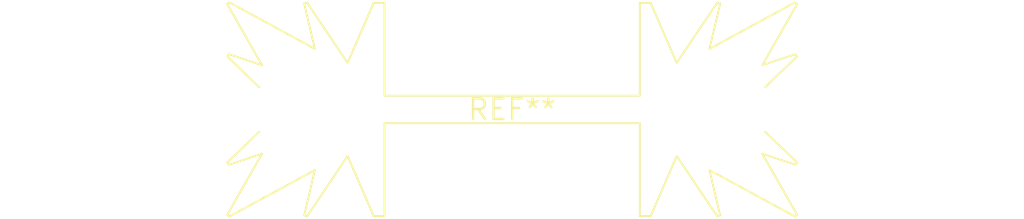
<source format=kicad_pcb>
(kicad_pcb (version 20240108) (generator pcbnew)
  (layers (0 "F.Cu" signal) (31 "B.Cu" signal) (34 "B.Paste" user) (35 "F.Paste" user) (36 "B.SilkS" user "B.Silkscreen") (37 "F.SilkS" user "F.Silkscreen") (38 "B.Mask" user) (39 "F.Mask" user) (44 "Edge.Cuts" user))
  (net 0 "")
  (footprint "Heatsink_Fischer_SK104-STCB_35x13mm__2xDrill3.5mm_ScrewM3" (layer "F.Cu") (at 0 0)
    (property "Reference" "REF**")
    (property "Value" "Heatsink_Fischer_SK104-STCB_35x13mm__2xDrill3.5mm_ScrewM3")
    (fp_line (start -17.63 -6.51) (end -15.48 -2.74) (layer "F.SilkS") (stroke (width 0.12)))
    (fp_line (start -17.63 6.51) (end -15.48 2.74) (layer "F.SilkS") (stroke (width 0.12)))
    (fp_line (start -17.62 -3.27) (end -15.66 -1.38) (layer "F.SilkS") (stroke (width 0.12)))
    (fp_line (start -17.62 3.27) (end -15.66 1.38) (layer "F.SilkS") (stroke (width 0.12)))
    (fp_line (start -17.53 -3.42) (end -17.62 -3.27) (layer "F.SilkS") (stroke (width 0.12)))
    (fp_line (start -17.53 3.42) (end -17.62 3.27) (layer "F.SilkS") (stroke (width 0.12)))
    (fp_line (start -17.51 -6.63) (end -17.63 -6.51) (layer "F.SilkS") (stroke (width 0.12)))
    (fp_line (start -17.51 6.63) (end -17.63 6.51) (layer "F.SilkS") (stroke (width 0.12)))
    (fp_line (start -15.48 -2.74) (end -17.53 -3.42) (layer "F.SilkS") (stroke (width 0.12)))
    (fp_line (start -15.48 2.74) (end -17.53 3.42) (layer "F.SilkS") (stroke (width 0.12)))
    (fp_line (start -12.87 -6.55) (end -12.21 -3.75) (layer "F.SilkS") (stroke (width 0.12)))
    (fp_line (start -12.87 6.55) (end -12.21 3.75) (layer "F.SilkS") (stroke (width 0.12)))
    (fp_line (start -12.69 -6.61) (end -12.87 -6.55) (layer "F.SilkS") (stroke (width 0.12)))
    (fp_line (start -12.69 6.61) (end -12.87 6.55) (layer "F.SilkS") (stroke (width 0.12)))
    (fp_line (start -12.21 -3.75) (end -17.51 -6.63) (layer "F.SilkS") (stroke (width 0.12)))
    (fp_line (start -12.21 3.75) (end -17.51 6.63) (layer "F.SilkS") (stroke (width 0.12)))
    (fp_line (start -10.19 -2.89) (end -12.69 -6.61) (layer "F.SilkS") (stroke (width 0.12)))
    (fp_line (start -10.19 2.89) (end -12.69 6.61) (layer "F.SilkS") (stroke (width 0.12)))
    (fp_line (start -8.57 -6.6) (end -10.18 -2.89) (layer "F.SilkS") (stroke (width 0.12)))
    (fp_line (start -8.57 6.6) (end -10.18 2.89) (layer "F.SilkS") (stroke (width 0.12)))
    (fp_line (start -7.9 -6.6) (end -8.57 -6.6) (layer "F.SilkS") (stroke (width 0.12)))
    (fp_line (start -7.9 -0.85) (end -7.9 -6.6) (layer "F.SilkS") (stroke (width 0.12)))
    (fp_line (start -7.9 0.85) (end -7.9 6.6) (layer "F.SilkS") (stroke (width 0.12)))
    (fp_line (start -7.9 6.6) (end -8.57 6.6) (layer "F.SilkS") (stroke (width 0.12)))
    (fp_line (start 0 -0.85) (end -7.9 -0.85) (layer "F.SilkS") (stroke (width 0.12)))
    (fp_line (start 0 -0.85) (end 7.9 -0.85) (layer "F.SilkS") (stroke (width 0.12)))
    (fp_line (start 0 0.85) (end -7.9 0.85) (layer "F.SilkS") (stroke (width 0.12)))
    (fp_line (start 0 0.85) (end 7.9 0.85) (layer "F.SilkS") (stroke (width 0.12)))
    (fp_line (start 7.9 -6.6) (end 8.57 -6.6) (layer "F.SilkS") (stroke (width 0.12)))
    (fp_line (start 7.9 -0.85) (end 7.9 -6.6) (layer "F.SilkS") (stroke (width 0.12)))
    (fp_line (start 7.9 0.85) (end 7.9 6.6) (layer "F.SilkS") (stroke (width 0.12)))
    (fp_line (start 7.9 6.6) (end 8.57 6.6) (layer "F.SilkS") (stroke (width 0.12)))
    (fp_line (start 8.57 -6.6) (end 10.18 -2.89) (layer "F.SilkS") (stroke (width 0.12)))
    (fp_line (start 8.57 6.6) (end 10.18 2.89) (layer "F.SilkS") (stroke (width 0.12)))
    (fp_line (start 10.19 -2.89) (end 12.69 -6.61) (layer "F.SilkS") (stroke (width 0.12)))
    (fp_line (start 10.19 2.89) (end 12.69 6.61) (layer "F.SilkS") (stroke (width 0.12)))
    (fp_line (start 12.21 -3.75) (end 17.51 -6.63) (layer "F.SilkS") (stroke (width 0.12)))
    (fp_line (start 12.21 3.75) (end 17.51 6.63) (layer "F.SilkS") (stroke (width 0.12)))
    (fp_line (start 12.69 -6.61) (end 12.87 -6.55) (layer "F.SilkS") (stroke (width 0.12)))
    (fp_line (start 12.69 6.61) (end 12.87 6.55) (layer "F.SilkS") (stroke (width 0.12)))
    (fp_line (start 12.87 -6.55) (end 12.21 -3.75) (layer "F.SilkS") (stroke (width 0.12)))
    (fp_line (start 12.87 6.55) (end 12.21 3.75) (layer "F.SilkS") (stroke (width 0.12)))
    (fp_line (start 15.48 -2.74) (end 17.53 -3.42) (layer "F.SilkS") (stroke (width 0.12)))
    (fp_line (start 15.48 2.74) (end 17.53 3.42) (layer "F.SilkS") (stroke (width 0.12)))
    (fp_line (start 17.51 -6.63) (end 17.63 -6.51) (layer "F.SilkS") (stroke (width 0.12)))
    (fp_line (start 17.51 6.63) (end 17.63 6.51) (layer "F.SilkS") (stroke (width 0.12)))
    (fp_line (start 17.53 -3.42) (end 17.62 -3.27) (layer "F.SilkS") (stroke (width 0.12)))
    (fp_line (start 17.53 3.42) (end 17.62 3.27) (layer "F.SilkS") (stroke (width 0.12)))
    (fp_line (start 17.62 -3.27) (end 15.66 -1.38) (layer "F.SilkS") (stroke (width 0.12)))
    (fp_line (start 17.62 3.27) (end 15.66 1.38) (layer "F.SilkS") (stroke (width 0.12)))
    (fp_line (start 17.63 -6.51) (end 15.48 -2.74) (layer "F.SilkS") (stroke (width 0.12)))
    (fp_line (start 17.63 6.51) (end 15.48 2.74) (layer "F.SilkS") (stroke (width 0.12)))
    (pad "1" thru_hole circle (at -12.7 0 180) (size 6 6) (drill 3.5) (layers *.Cu *.Mask) (remove_unused_layers))
    (pad "1" thru_hole circle (at 12.7 0) (size 6 6) (drill 3.5) (layers *.Cu *.Mask) (remove_unused_layers))
  )
)
</source>
